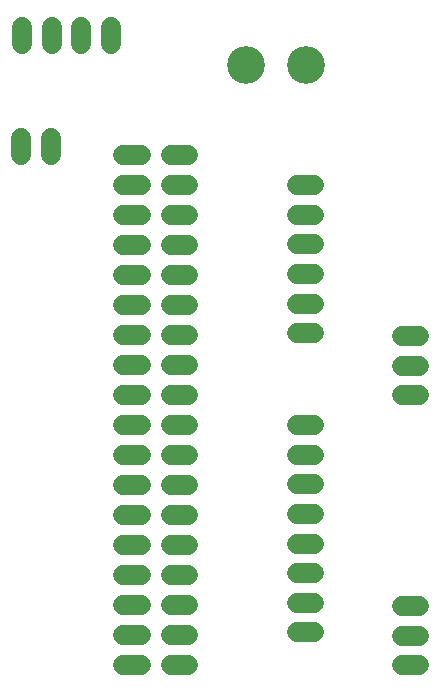
<source format=gbr>
G04 EAGLE Gerber X2 export*
%TF.Part,Single*%
%TF.FileFunction,Soldermask,Bot,1*%
%TF.FilePolarity,Negative*%
%TF.GenerationSoftware,Autodesk,EAGLE,8.6.3*%
%TF.CreationDate,2019-03-16T18:42:50Z*%
G75*
%MOMM*%
%FSLAX34Y34*%
%LPD*%
%AMOC8*
5,1,8,0,0,1.08239X$1,22.5*%
G01*
%ADD10C,3.203200*%
%ADD11C,1.711200*%


D10*
X222250Y539750D03*
X273050Y539750D03*
D11*
X133350Y463550D02*
X118270Y463550D01*
X118270Y438150D02*
X133350Y438150D01*
X133350Y412750D02*
X118270Y412750D01*
X118270Y387350D02*
X133350Y387350D01*
X133350Y361950D02*
X118270Y361950D01*
X118270Y336550D02*
X133350Y336550D01*
X133350Y311150D02*
X118270Y311150D01*
X118270Y285750D02*
X133350Y285750D01*
X133350Y260350D02*
X118270Y260350D01*
X118270Y234950D02*
X133350Y234950D01*
X133350Y209550D02*
X118270Y209550D01*
X118270Y184150D02*
X133350Y184150D01*
X133350Y158750D02*
X118270Y158750D01*
X118270Y133350D02*
X133350Y133350D01*
X133350Y107950D02*
X118270Y107950D01*
X118270Y82550D02*
X133350Y82550D01*
X133350Y57150D02*
X118270Y57150D01*
X118270Y31750D02*
X133350Y31750D01*
X158750Y31750D02*
X173830Y31750D01*
X173830Y57150D02*
X158750Y57150D01*
X158750Y82550D02*
X173830Y82550D01*
X173830Y107950D02*
X158750Y107950D01*
X158750Y133350D02*
X173830Y133350D01*
X173830Y158750D02*
X158750Y158750D01*
X158750Y184150D02*
X173830Y184150D01*
X173830Y209550D02*
X158750Y209550D01*
X158750Y234950D02*
X173830Y234950D01*
X173830Y260350D02*
X158750Y260350D01*
X158750Y285750D02*
X173830Y285750D01*
X173830Y311150D02*
X158750Y311150D01*
X158750Y336550D02*
X173830Y336550D01*
X173830Y361950D02*
X158750Y361950D01*
X158750Y387350D02*
X173830Y387350D01*
X173830Y412750D02*
X158750Y412750D01*
X158750Y438150D02*
X173830Y438150D01*
X173830Y463550D02*
X158750Y463550D01*
X57150Y463550D02*
X57150Y478630D01*
X31750Y478630D02*
X31750Y463550D01*
X265510Y338150D02*
X280590Y338150D01*
X280590Y363150D02*
X265510Y363150D01*
X265510Y388150D02*
X280590Y388150D01*
X280590Y413150D02*
X265510Y413150D01*
X265510Y438550D02*
X280590Y438550D01*
X280590Y313150D02*
X265510Y313150D01*
X32950Y557610D02*
X32950Y572690D01*
X57950Y572690D02*
X57950Y557610D01*
X82950Y557610D02*
X82950Y572690D01*
X107950Y572690D02*
X107950Y557610D01*
X265510Y134950D02*
X280590Y134950D01*
X280590Y159950D02*
X265510Y159950D01*
X265510Y184950D02*
X280590Y184950D01*
X280590Y209950D02*
X265510Y209950D01*
X265510Y235350D02*
X280590Y235350D01*
X280590Y109950D02*
X265510Y109950D01*
X265510Y84950D02*
X280590Y84950D01*
X280590Y59950D02*
X265510Y59950D01*
X354410Y81750D02*
X369490Y81750D01*
X369490Y56750D02*
X354410Y56750D01*
X354410Y31750D02*
X369490Y31750D01*
X369490Y310350D02*
X354410Y310350D01*
X354410Y285350D02*
X369490Y285350D01*
X369490Y260350D02*
X354410Y260350D01*
M02*

</source>
